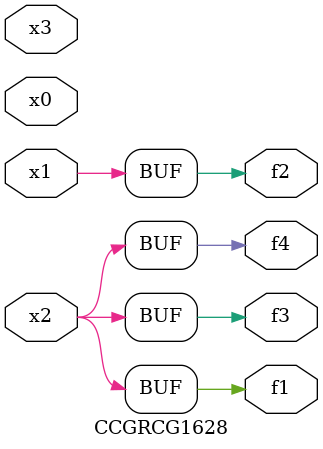
<source format=v>
module CCGRCG1628(
	input x0, x1, x2, x3,
	output f1, f2, f3, f4
);
	assign f1 = x2;
	assign f2 = x1;
	assign f3 = x2;
	assign f4 = x2;
endmodule

</source>
